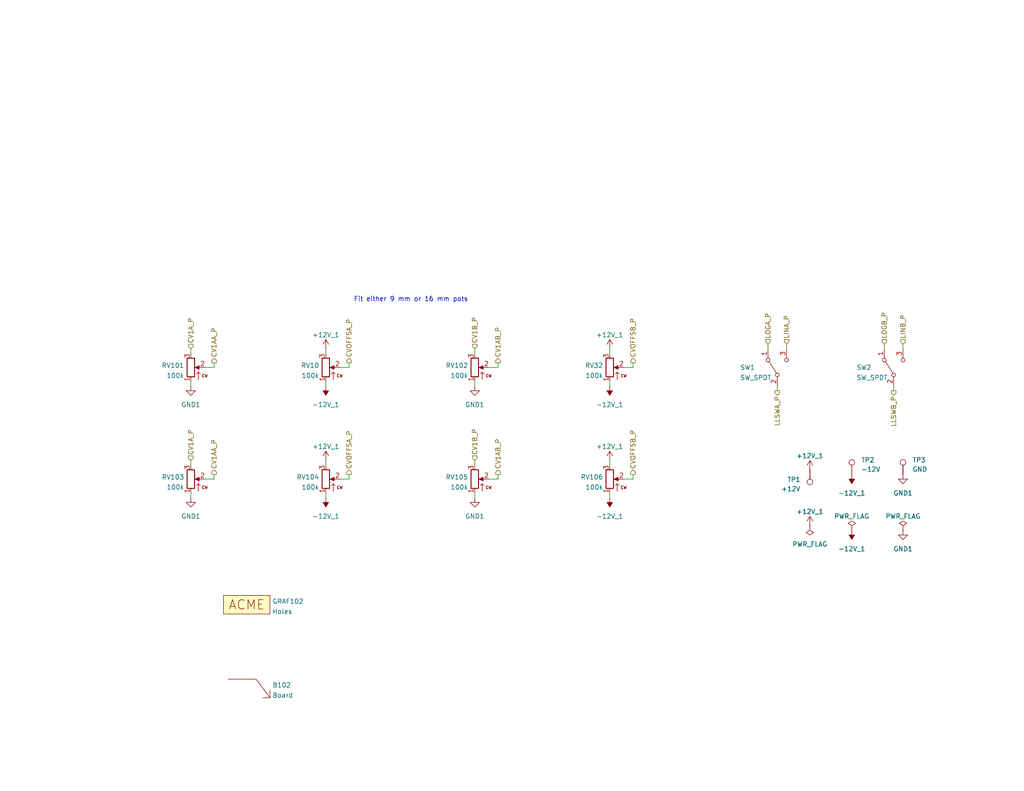
<source format=kicad_sch>
(kicad_sch (version 20230121) (generator eeschema)
  (paper "USLetter")
  (title_block (title "MFOS Dual log/lin VCA") (company "Rich Holmes / Analog Output") (comment 1 "or neighboring rights to this work. Published from United States.") (comment 2 "To the extent possible under law, Richard Holmes has waived all copyright and related "))
  (lib_symbols
    (symbol "AO_symbols:+12V_1" (power) (pin_names (offset 0))
      (property "Value" "+12V_1" (at 0 3.556 0))
      (symbol "+12V_1_0_1"
        (polyline (pts (xy -0.762 1.27) (xy 0 2.54)))
        (polyline (pts (xy 0 0) (xy 0 2.54)))
        (polyline (pts (xy 0 2.54) (xy 0.762 1.27)))
      )
      (symbol "+12V_1_1_1"
        (pin power_in line (at 0 0 90) (length 0) hide (name "+12V_1") (number "1"))
      )
    )
    (symbol "AO_symbols:-12V_1" (power) (pin_names (offset 0))
      (property "Value" "-12V_1" (at 0 3.81 0))
      (symbol "-12V_1_0_0"
        (pin power_in line (at 0 0 90) (length 0) hide (name "-12V_1") (number "1"))
      )
      (symbol "-12V_1_0_1"
        (polyline (pts (xy 0 0) (xy 0 1.27) (xy 0.762 1.27) (xy 0 2.54) (xy -0.762 1.27) (xy 0 1.27)) (fill (type outline)))
      )
    )
    (symbol "AO_symbols:Board" (pin_names (offset 1.016)) (in_bom no)
      (property "Reference" "B" (at 1.27 3.81 0))
      (property "Value" "Board" (at -3.175 3.81 0))
      (symbol "Board_0_1"
        (polyline (pts (xy 5.08 -2.54) (xy 3.175 -2.54)))
        (polyline (pts (xy -6.35 2.54) (xy 1.27 2.54) (xy 5.08 -2.54) (xy 5.08 -0.635)))
      )
    )
    (symbol "AO_symbols:Graphic" (pin_names (offset 1.016)) (in_bom no)
      (property "Reference" "GRAF" (at 0 -3.81 0))
      (property "Value" "Graphic" (at 0 3.81 0))
      (symbol "Graphic_0_0"
        (rectangle (start -6.35 2.54) (end 6.35 -2.54) (fill (type background)))
        (text "ACME" (at 0 0 0) (effects (font (size 2.54 2.54))))
      )
    )
    (symbol "AO_symbols:R_POT" (pin_names (offset 1.016) hide)
      (property "Reference" "RV" (at -4.445 0 90))
      (property "Value" "R_POT" (at -2.54 0 90))
      (symbol "R_POT_0_0"
        (text "CW" (at 3.81 -2.286 0) (effects (font (size 0.762 0.762))))
      )
      (symbol "R_POT_0_1"
        (rectangle (start -1.016 2.54) (end 1.016 -2.54) (stroke (width 0.254)))
        (polyline (pts (xy 2.032 -3.302) (xy 2.032 -1.27)) (stroke (width 0.1524)))
        (polyline (pts (xy 2.54 0) (xy 1.524 0)))
        (polyline (pts (xy 2.54 -1.778) (xy 2.032 -1.27) (xy 1.524 -1.778)) (stroke (width 0.1524)))
        (polyline (pts (xy 1.143 0) (xy 2.286 -0.508) (xy 2.286 0.508) (xy 1.143 0)) (fill (type outline)))
      )
      (symbol "R_POT_1_1"
        (pin passive line (at 0 -3.81 90) (length 1.27) (name "1") (number "1"))
        (pin passive line (at 3.81 0 180) (length 1.27) (name "2") (number "2"))
        (pin passive line (at 0 3.81 270) (length 1.27) (name "3") (number "3"))
      )
    )
    (symbol "AO_symbols:SW_SPDT" (pin_names (offset 0) hide)
      (property "Reference" "SW" (at 0 4.318 0))
      (property "Value" "SW_SPDT" (at 0 -5.08 0))
      (symbol "SW_SPDT_0_0"
        (circle (center -2.032 0) (radius 0.508))
        (circle (center 2.032 -2.54) (radius 0.508))
      )
      (symbol "SW_SPDT_0_1"
        (polyline (pts (xy -1.524 0.254) (xy 1.651 2.286)))
        (circle (center 2.032 2.54) (radius 0.508))
      )
      (symbol "SW_SPDT_1_1"
        (pin passive line (at 5.08 2.54 180) (length 2.54) (name "A") (number "1"))
        (pin passive line (at -5.08 0 0) (length 2.54) (name "B") (number "2"))
        (pin passive line (at 5.08 -2.54 180) (length 2.54) (name "C") (number "3"))
      )
    )
    (symbol "AO_symbols:TestPoint" (pin_numbers hide) (pin_names (offset 0.762) hide) (in_bom no)
      (property "Reference" "TP" (at 0 6.858 0))
      (property "Value" "TestPoint" (at 0 5.08 0))
      (symbol "TestPoint_0_1"
        (circle (center 0 3.302) (radius 0.762))
      )
      (symbol "TestPoint_1_1"
        (pin passive line (at 0 0 90) (length 2.54) (name "1") (number "1"))
      )
    )
    (symbol "power:GND1" (power) (pin_names (offset 0))
      (property "Value" "GND1" (at 0 -3.81 0))
      (symbol "GND1_0_1"
        (polyline (pts (xy 0 0) (xy 0 -1.27) (xy 1.27 -1.27) (xy 0 -2.54) (xy -1.27 -1.27) (xy 0 -1.27)))
      )
      (symbol "GND1_1_1"
        (pin power_in line (at 0 0 270) (length 0) hide (name "GND1") (number "1"))
      )
    )
    (symbol "power:PWR_FLAG" (power) (pin_numbers hide) (pin_names (offset 0) hide)
      (property "Value" "PWR_FLAG" (at 0 3.81 0))
      (symbol "PWR_FLAG_0_0"
        (pin power_out line (at 0 0 90) (length 0) (name "pwr") (number "1"))
      )
      (symbol "PWR_FLAG_0_1"
        (polyline (pts (xy 0 0) (xy 0 1.27) (xy -1.016 1.905) (xy 0 2.54) (xy 1.016 1.905) (xy 0 1.27)))
      )
    )
  )
  (wire (pts (xy 214.63 93.98) (xy 214.63 95.25)))
  (wire (pts (xy 88.9 134.62) (xy 88.9 135.89)))
  (wire (pts (xy 170.18 100.33) (xy 172.72 100.33)))
  (wire (pts (xy 58.42 130.81) (xy 58.42 129.54)))
  (wire (pts (xy 166.37 95.25) (xy 166.37 96.52)))
  (wire (pts (xy 52.07 104.14) (xy 52.07 105.41)))
  (wire (pts (xy 246.38 93.98) (xy 246.38 95.25)))
  (wire (pts (xy 88.9 125.73) (xy 88.9 127)))
  (wire (pts (xy 166.37 134.62) (xy 166.37 135.89)))
  (wire (pts (xy 92.71 130.81) (xy 95.25 130.81)))
  (wire (pts (xy 52.07 125.73) (xy 52.07 127)))
  (wire (pts (xy 209.55 93.98) (xy 209.55 95.25)))
  (wire (pts (xy 129.54 104.14) (xy 129.54 105.41)))
  (wire (pts (xy 95.25 100.33) (xy 95.25 99.06)))
  (wire (pts (xy 55.88 130.81) (xy 58.42 130.81)))
  (wire (pts (xy 92.71 100.33) (xy 95.25 100.33)))
  (wire (pts (xy 170.18 130.81) (xy 172.72 130.81)))
  (wire (pts (xy 88.9 104.14) (xy 88.9 105.41)))
  (wire (pts (xy 55.88 100.33) (xy 58.42 100.33)))
  (wire (pts (xy 52.07 95.25) (xy 52.07 96.52)))
  (wire (pts (xy 135.89 130.81) (xy 135.89 129.54)))
  (wire (pts (xy 172.72 130.81) (xy 172.72 129.54)))
  (wire (pts (xy 243.84 106.68) (xy 243.84 105.41)))
  (wire (pts (xy 88.9 95.25) (xy 88.9 96.52)))
  (wire (pts (xy 129.54 134.62) (xy 129.54 135.89)))
  (wire (pts (xy 58.42 100.33) (xy 58.42 99.06)))
  (wire (pts (xy 212.09 106.68) (xy 212.09 105.41)))
  (wire (pts (xy 129.54 125.73) (xy 129.54 127)))
  (wire (pts (xy 135.89 100.33) (xy 135.89 99.06)))
  (wire (pts (xy 133.35 100.33) (xy 135.89 100.33)))
  (wire (pts (xy 241.3 93.98) (xy 241.3 95.25)))
  (wire (pts (xy 52.07 134.62) (xy 52.07 135.89)))
  (wire (pts (xy 133.35 130.81) (xy 135.89 130.81)))
  (wire (pts (xy 172.72 100.33) (xy 172.72 99.06)))
  (wire (pts (xy 166.37 104.14) (xy 166.37 105.41)))
  (wire (pts (xy 95.25 130.81) (xy 95.25 129.54)))
  (wire (pts (xy 129.54 95.25) (xy 129.54 96.52)))
  (wire (pts (xy 166.37 125.73) (xy 166.37 127)))
  (text "Fit either 9 mm or 16 mm pots" (at 96.52 82.55 0) (effects (font (size 1.27 1.27)) (justify left bottom)))
  (hierarchical_label "LINA_P" (shape input) (at 214.63 93.98 90))
  (hierarchical_label "CVOFFSA_P" (shape output) (at 95.25 129.54 90))
  (hierarchical_label "LLSWA_P" (shape output) (at 212.09 106.68 270))
  (hierarchical_label "CV1AB_P" (shape output) (at 135.89 129.54 90))
  (hierarchical_label "LINB_P" (shape input) (at 246.38 93.98 90))
  (hierarchical_label "CV1AA_P" (shape output) (at 58.42 99.06 90))
  (hierarchical_label "CV1A_P" (shape input) (at 52.07 95.25 90))
  (hierarchical_label "CV1AA_P" (shape output) (at 58.42 129.54 90))
  (hierarchical_label "CV1AB_P" (shape output) (at 135.89 99.06 90))
  (hierarchical_label "LOGB_P" (shape input) (at 241.3 93.98 90))
  (hierarchical_label "CVOFFSA_P" (shape output) (at 95.25 99.06 90))
  (hierarchical_label "CV1A_P" (shape input) (at 52.07 125.73 90))
  (hierarchical_label "LOGA_P" (shape input) (at 209.55 93.98 90))
  (hierarchical_label "CV1B_P" (shape input) (at 129.54 95.25 90))
  (hierarchical_label "LLSWB_P" (shape output) (at 243.84 106.68 270))
  (hierarchical_label "CVOFFSB_P" (shape output) (at 172.72 99.06 90))
  (hierarchical_label "CVOFFSB_P" (shape output) (at 172.72 129.54 90))
  (hierarchical_label "CV1B_P" (shape input) (at 129.54 125.73 90))
  (symbol (lib_id "AO_symbols:R_POT") (at 88.9 130.81 0) (unit 1)
    (property "Reference" "RV104" (at 87.122 130.2571 0) (effects (justify right)))
    (property "Value" "100k" (at 87.122 133.0322 0) (effects (justify right)))
    (property "Footprint" "AO_tht:Potentiometer_Alpha_16mm_Single_Vertical" (effects hide))
    (property "Vendor" "Tayda" (effects hide))
  )
  (symbol (lib_id "power:PWR_FLAG") (at 232.41 144.78 0) (unit 1)
    (property "Reference" "#FLG0104" (effects hide))
    (property "Value" "PWR_FLAG" (at 232.41 140.97 0))
  )
  (symbol (lib_id "power:GND1") (at 129.54 105.41 0) (unit 1)
    (property "Reference" "#PWR0156" (effects hide))
    (property "Value" "GND1" (at 129.54 110.49 0))
  )
  (symbol (lib_id "AO_symbols:+12V_1") (at 166.37 125.73 0) (unit 1)
    (property "Reference" "#PWR0160" (effects hide))
    (property "Value" "+12V_1" (at 166.37 121.92 0))
  )
  (symbol (lib_id "AO_symbols:R_POT") (at 129.54 100.33 0) (unit 1)
    (property "Reference" "RV102" (at 127.762 99.7771 0) (effects (justify right)))
    (property "Value" "100k" (at 127.762 102.5522 0) (effects (justify right)))
    (property "Footprint" "AO_tht:Potentiometer_Alpha_RD901F-40-00D_Single_Vertical_centered" (effects hide))
    (property "Vendor" "Tayda" (effects hide))
  )
  (symbol (lib_id "AO_symbols:-12V_1") (at 232.41 144.78 180) (unit 1)
    (property "Reference" "#PWR0170" (effects hide))
    (property "Value" "-12V_1" (at 232.41 149.86 0))
  )
  (symbol (lib_id "AO_symbols:-12V_1") (at 88.9 105.41 180) (unit 1)
    (property "Reference" "#PWR0161" (effects hide))
    (property "Value" "-12V_1" (at 88.9 110.49 0))
  )
  (symbol (lib_id "power:GND1") (at 52.07 105.41 0) (unit 1)
    (property "Reference" "#PWR0148" (effects hide))
    (property "Value" "GND1" (at 52.07 110.49 0))
  )
  (symbol (lib_id "AO_symbols:-12V_1") (at 232.41 129.54 180) (unit 1)
    (property "Reference" "#PWR0172" (effects hide))
    (property "Value" "-12V_1" (at 232.41 134.62 0))
  )
  (symbol (lib_id "AO_symbols:+12V_1") (at 166.37 95.25 0) (unit 1)
    (property "Reference" "#PWR0158" (effects hide))
    (property "Value" "+12V_1" (at 166.37 91.44 0))
  )
  (symbol (lib_id "AO_symbols:+12V_1") (at 220.98 143.51 0) (unit 1)
    (property "Reference" "#PWR0169" (effects hide))
    (property "Value" "+12V_1" (at 220.98 139.7 0))
  )
  (symbol (lib_id "AO_symbols:R_POT") (at 129.54 130.81 0) (unit 1)
    (property "Reference" "RV105" (at 127.762 130.2571 0) (effects (justify right)))
    (property "Value" "100k" (at 127.762 133.0322 0) (effects (justify right)))
    (property "Footprint" "AO_tht:Potentiometer_Alpha_16mm_Single_Vertical" (effects hide))
    (property "Vendor" "Tayda" (effects hide))
  )
  (symbol (lib_id "AO_symbols:+12V_1") (at 88.9 125.73 0) (unit 1)
    (property "Reference" "#PWR0159" (effects hide))
    (property "Value" "+12V_1" (at 88.9 121.92 0))
  )
  (symbol (lib_id "AO_symbols:TestPoint") (at 220.98 128.27 0) (mirror x) (unit 1) (in_bom no)
    (property "Reference" "TP7" (at 218.44 130.937 0) (effects (justify right)))
    (property "Value" "+12V" (at 218.44 133.477 0) (effects (justify right)))
    (property "Footprint" "AO_tht:TestPoint_THTPad_D1.5mm_Drill0.7mm" (effects hide))
    (property "Config" "DNF" (effects hide))
    (instances (project "dualvca" (path "" (reference "TP1") (unit 1)) (path "" (reference "TP4") (unit 1))) (project "otherstuff" (path "" (reference "TP7") (unit 1))))
  )
  (symbol (lib_id "power:GND1") (at 52.07 135.89 0) (unit 1)
    (property "Reference" "#PWR0154" (effects hide))
    (property "Value" "GND1" (at 52.07 140.97 0))
  )
  (symbol (lib_id "AO_symbols:-12V_1") (at 166.37 135.89 180) (unit 1)
    (property "Reference" "#PWR0163" (effects hide))
    (property "Value" "-12V_1" (at 166.37 140.97 0))
  )
  (symbol (lib_id "AO_symbols:Board") (at 68.58 187.96 0) (unit 1)
    (property "Reference" "B102" (at 74.295 187.0515 0) (effects (justify left)))
    (property "Value" "Board" (at 74.295 189.8266 0) (effects (justify left)))
    (property "Footprint" "AO_tht:Board_Marker" (effects hide))
    (property "Config" "DNF" (effects hide))
  )
  (symbol (lib_id "AO_symbols:TestPoint") (at 232.41 129.54 0) (unit 1) (in_bom no)
    (property "Reference" "TP8" (at 234.95 125.603 0) (effects (justify left)))
    (property "Value" "-12V" (at 234.95 128.143 0) (effects (justify left)))
    (property "Footprint" "AO_tht:TestPoint_THTPad_D1.5mm_Drill0.7mm" (effects hide))
    (property "Config" "DNF" (effects hide))
    (instances (project "dualvca" (path "" (reference "TP2") (unit 1)) (path "" (reference "TP5") (unit 1))) (project "otherstuff" (path "" (reference "TP8") (unit 1))))
  )
  (symbol (lib_id "AO_symbols:SW_SPDT") (at 243.84 100.33 90) (unit 1)
    (property "Reference" "SW2" (at 233.68 100.33 90) (effects (justify right)))
    (property "Value" "SW_SPDT" (at 233.68 103.1051 90) (effects (justify right)))
    (property "Footprint" "AO_tht:SPDT-toggle-switch-1M-series" (effects hide))
    (property "Vendor" "Tayda" (effects hide))
    (property "SKU" "A-3186" (effects hide))
  )
  (symbol (lib_id "AO_symbols:Graphic") (at 67.31 165.1 0) (unit 1)
    (property "Reference" "GRAF102" (at 74.295 164.1915 0) (effects (justify left)))
    (property "Value" "Holes" (at 74.295 166.9666 0) (effects (justify left)))
    (property "Footprint" "mfos_vca-panel:mfos_vca_panel_100_holes" (effects hide))
    (property "Config" "DNF" (effects hide))
  )
  (symbol (lib_id "power:GND1") (at 129.54 135.89 0) (unit 1)
    (property "Reference" "#PWR0155" (effects hide))
    (property "Value" "GND1" (at 129.54 140.97 0))
  )
  (symbol (lib_id "AO_symbols:R_POT") (at 88.9 100.33 0) (unit 1)
    (property "Reference" "RV10" (at 87.122 99.7771 0) (effects (justify right)))
    (property "Value" "100k" (at 87.122 102.5522 0) (effects (justify right)))
    (property "Footprint" "AO_tht:Potentiometer_Alpha_RD901F-40-00D_Single_Vertical_centered" (effects hide))
    (property "Vendor" "Tayda" (effects hide))
  )
  (symbol (lib_id "AO_symbols:-12V_1") (at 88.9 135.89 180) (unit 1)
    (property "Reference" "#PWR0162" (effects hide))
    (property "Value" "-12V_1" (at 88.9 140.97 0))
  )
  (symbol (lib_id "power:PWR_FLAG") (at 246.38 144.78 0) (unit 1)
    (property "Reference" "#FLG0103" (effects hide))
    (property "Value" "PWR_FLAG" (at 246.38 140.97 0))
  )
  (symbol (lib_id "AO_symbols:TestPoint") (at 246.38 129.54 0) (unit 1) (in_bom no)
    (property "Reference" "TP9" (at 248.92 125.603 0) (effects (justify left)))
    (property "Value" "GND" (at 248.92 128.143 0) (effects (justify left)))
    (property "Footprint" "AO_tht:TestPoint_THTPad_D1.5mm_Drill0.7mm" (effects hide))
    (property "Config" "DNF" (effects hide))
    (instances (project "dualvca" (path "" (reference "TP3") (unit 1)) (path "" (reference "TP6") (unit 1))) (project "otherstuff" (path "" (reference "TP9") (unit 1))))
  )
  (symbol (lib_id "AO_symbols:R_POT") (at 52.07 100.33 0) (unit 1)
    (property "Reference" "RV101" (at 50.292 99.7771 0) (effects (justify right)))
    (property "Value" "100k" (at 50.292 102.5522 0) (effects (justify right)))
    (property "Footprint" "AO_tht:Potentiometer_Alpha_RD901F-40-00D_Single_Vertical_centered" (effects hide))
    (property "Vendor" "Tayda" (effects hide))
  )
  (symbol (lib_id "power:GND1") (at 246.38 129.54 0) (unit 1)
    (property "Reference" "#PWR0173" (effects hide))
    (property "Value" "GND1" (at 246.38 134.62 0))
  )
  (symbol (lib_id "AO_symbols:-12V_1") (at 166.37 105.41 180) (unit 1)
    (property "Reference" "#PWR0164" (effects hide))
    (property "Value" "-12V_1" (at 166.37 110.49 0))
  )
  (symbol (lib_id "AO_symbols:+12V_1") (at 220.98 128.27 0) (unit 1)
    (property "Reference" "#PWR0171" (effects hide))
    (property "Value" "+12V_1" (at 220.98 124.46 0))
  )
  (symbol (lib_id "AO_symbols:SW_SPDT") (at 212.09 100.33 90) (unit 1)
    (property "Reference" "SW1" (at 201.93 100.33 90) (effects (justify right)))
    (property "Value" "SW_SPDT" (at 201.93 103.1051 90) (effects (justify right)))
    (property "Footprint" "AO_tht:SPDT-toggle-switch-1M-series" (effects hide))
    (property "Vendor" "Tayda" (effects hide))
    (property "SKU" "A-3186" (effects hide))
  )
  (symbol (lib_id "power:PWR_FLAG") (at 220.98 143.51 0) (mirror x) (unit 1)
    (property "Reference" "#FLG0105" (effects hide))
    (property "Value" "PWR_FLAG" (at 220.98 148.59 0))
  )
  (symbol (lib_id "AO_symbols:R_POT") (at 52.07 130.81 0) (unit 1)
    (property "Reference" "RV103" (at 50.292 130.2571 0) (effects (justify right)))
    (property "Value" "100k" (at 50.292 133.0322 0) (effects (justify right)))
    (property "Footprint" "AO_tht:Potentiometer_Alpha_16mm_Single_Vertical" (effects hide))
    (property "Vendor" "Tayda" (effects hide))
  )
  (symbol (lib_id "AO_symbols:R_POT") (at 166.37 100.33 0) (unit 1)
    (property "Reference" "RV32" (at 164.592 99.7771 0) (effects (justify right)))
    (property "Value" "100k" (at 164.592 102.5522 0) (effects (justify right)))
    (property "Footprint" "AO_tht:Potentiometer_Alpha_RD901F-40-00D_Single_Vertical_centered" (effects hide))
    (property "Vendor" "Tayda" (effects hide))
  )
  (symbol (lib_id "AO_symbols:+12V_1") (at 88.9 95.25 0) (unit 1)
    (property "Reference" "#PWR0157" (effects hide))
    (property "Value" "+12V_1" (at 88.9 91.44 0))
  )
  (symbol (lib_id "AO_symbols:R_POT") (at 166.37 130.81 0) (unit 1)
    (property "Reference" "RV106" (at 164.592 130.2571 0) (effects (justify right)))
    (property "Value" "100k" (at 164.592 133.0322 0) (effects (justify right)))
    (property "Footprint" "AO_tht:Potentiometer_Alpha_16mm_Single_Vertical" (effects hide))
    (property "Vendor" "Tayda" (effects hide))
  )
  (symbol (lib_id "power:GND1") (at 246.38 144.78 0) (unit 1)
    (property "Reference" "#PWR0166" (effects hide))
    (property "Value" "GND1" (at 246.38 149.86 0))
  )
)
</source>
